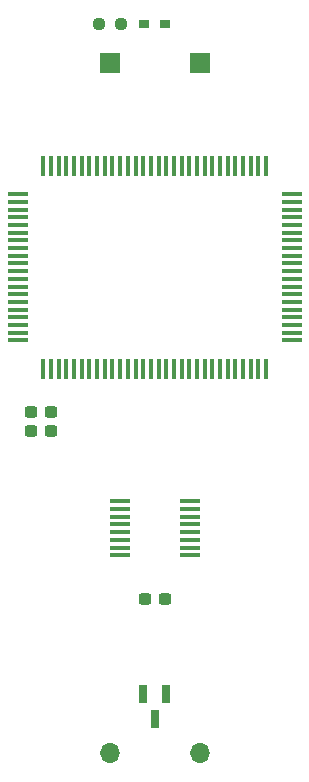
<source format=gbr>
G04 #@! TF.GenerationSoftware,KiCad,Pcbnew,9.0.6-9.0.6~ubuntu25.10.1*
G04 #@! TF.CreationDate,2025-11-15T18:36:26+09:00*
G04 #@! TF.ProjectId,bionic-kl5c80a12,62696f6e-6963-42d6-9b6c-356338306131,2*
G04 #@! TF.SameCoordinates,Original*
G04 #@! TF.FileFunction,Soldermask,Top*
G04 #@! TF.FilePolarity,Negative*
%FSLAX46Y46*%
G04 Gerber Fmt 4.6, Leading zero omitted, Abs format (unit mm)*
G04 Created by KiCad (PCBNEW 9.0.6-9.0.6~ubuntu25.10.1) date 2025-11-15 18:36:26*
%MOMM*%
%LPD*%
G01*
G04 APERTURE LIST*
G04 Aperture macros list*
%AMRoundRect*
0 Rectangle with rounded corners*
0 $1 Rounding radius*
0 $2 $3 $4 $5 $6 $7 $8 $9 X,Y pos of 4 corners*
0 Add a 4 corners polygon primitive as box body*
4,1,4,$2,$3,$4,$5,$6,$7,$8,$9,$2,$3,0*
0 Add four circle primitives for the rounded corners*
1,1,$1+$1,$2,$3*
1,1,$1+$1,$4,$5*
1,1,$1+$1,$6,$7*
1,1,$1+$1,$8,$9*
0 Add four rect primitives between the rounded corners*
20,1,$1+$1,$2,$3,$4,$5,0*
20,1,$1+$1,$4,$5,$6,$7,0*
20,1,$1+$1,$6,$7,$8,$9,0*
20,1,$1+$1,$8,$9,$2,$3,0*%
G04 Aperture macros list end*
%ADD10RoundRect,0.100000X0.100000X-0.775000X0.100000X0.775000X-0.100000X0.775000X-0.100000X-0.775000X0*%
%ADD11RoundRect,0.100000X0.775000X-0.100000X0.775000X0.100000X-0.775000X0.100000X-0.775000X-0.100000X0*%
%ADD12RoundRect,0.237500X0.250000X0.237500X-0.250000X0.237500X-0.250000X-0.237500X0.250000X-0.237500X0*%
%ADD13R,1.778000X0.355600*%
%ADD14RoundRect,0.237500X0.300000X0.237500X-0.300000X0.237500X-0.300000X-0.237500X0.300000X-0.237500X0*%
%ADD15R,0.965200X0.762000*%
%ADD16R,0.660400X1.625600*%
%ADD17R,1.700000X1.700000*%
%ADD18O,1.700000X1.700000*%
G04 APERTURE END LIST*
D10*
X104275000Y-100952000D03*
X104925000Y-100952000D03*
X105575000Y-100952000D03*
X106225000Y-100952000D03*
X106875000Y-100952000D03*
X107525000Y-100952000D03*
X108175000Y-100952000D03*
X108825000Y-100952000D03*
X109475000Y-100952000D03*
X110125000Y-100952000D03*
X110775000Y-100952000D03*
X111425000Y-100952000D03*
X112075000Y-100952000D03*
X112725000Y-100952000D03*
X113375000Y-100952000D03*
X114025000Y-100952000D03*
X114675000Y-100952000D03*
X115325000Y-100952000D03*
X115975000Y-100952000D03*
X116625000Y-100952000D03*
X117275000Y-100952000D03*
X117925000Y-100952000D03*
X118575000Y-100952000D03*
X119225000Y-100952000D03*
X119875000Y-100952000D03*
X120525000Y-100952000D03*
X121175000Y-100952000D03*
X121825000Y-100952000D03*
X122475000Y-100952000D03*
X123125000Y-100952000D03*
D11*
X125300000Y-98527000D03*
X125300000Y-97877000D03*
X125300000Y-97227000D03*
X125300000Y-96577000D03*
X125300000Y-95927000D03*
X125300000Y-95277000D03*
X125300000Y-94627000D03*
X125300000Y-93977000D03*
X125300000Y-93327000D03*
X125300000Y-92677000D03*
X125300000Y-92027000D03*
X125300000Y-91377000D03*
X125300000Y-90727000D03*
X125300000Y-90077000D03*
X125300000Y-89427000D03*
X125300000Y-88777000D03*
X125300000Y-88127000D03*
X125300000Y-87477000D03*
X125300000Y-86827000D03*
X125300000Y-86177000D03*
D10*
X123125000Y-83752000D03*
X122475000Y-83752000D03*
X121825000Y-83752000D03*
X121175000Y-83752000D03*
X120525000Y-83752000D03*
X119875000Y-83752000D03*
X119225000Y-83752000D03*
X118575000Y-83752000D03*
X117925000Y-83752000D03*
X117275000Y-83752000D03*
X116625000Y-83752000D03*
X115975000Y-83752000D03*
X115325000Y-83752000D03*
X114675000Y-83752000D03*
X114025000Y-83752000D03*
X113375000Y-83752000D03*
X112725000Y-83752000D03*
X112075000Y-83752000D03*
X111425000Y-83752000D03*
X110775000Y-83752000D03*
X110125000Y-83752000D03*
X109475000Y-83752000D03*
X108825000Y-83752000D03*
X108175000Y-83752000D03*
X107525000Y-83752000D03*
X106875000Y-83752000D03*
X106225000Y-83752000D03*
X105575000Y-83752000D03*
X104925000Y-83752000D03*
X104275000Y-83752000D03*
D11*
X102100000Y-86177000D03*
X102100000Y-86827000D03*
X102100000Y-87477000D03*
X102100000Y-88127000D03*
X102100000Y-88777000D03*
X102100000Y-89427000D03*
X102100000Y-90077000D03*
X102100000Y-90727000D03*
X102100000Y-91377000D03*
X102100000Y-92027000D03*
X102100000Y-92677000D03*
X102100000Y-93327000D03*
X102100000Y-93977000D03*
X102100000Y-94627000D03*
X102100000Y-95277000D03*
X102100000Y-95927000D03*
X102100000Y-96577000D03*
X102100000Y-97227000D03*
X102100000Y-97877000D03*
X102100000Y-98527000D03*
D12*
X110829800Y-71778000D03*
X109004800Y-71778000D03*
D13*
X110728200Y-112175001D03*
X110728200Y-112824999D03*
X110728200Y-113475001D03*
X110728200Y-114124999D03*
X110728200Y-114774998D03*
X110728200Y-115424999D03*
X110728200Y-116074998D03*
X110728200Y-116724999D03*
X116671800Y-116724999D03*
X116671800Y-116075001D03*
X116671800Y-115424999D03*
X116671800Y-114775001D03*
X116671800Y-114125002D03*
X116671800Y-113475001D03*
X116671800Y-112825002D03*
X116671800Y-112175001D03*
D14*
X104912700Y-104569400D03*
X103187700Y-104569400D03*
D15*
X112823700Y-71778000D03*
X114576300Y-71778000D03*
D16*
X114650001Y-128447000D03*
X112749999Y-128447000D03*
X113700000Y-130579000D03*
D14*
X104911600Y-106169600D03*
X103186600Y-106169600D03*
X114589000Y-120393600D03*
X112864000Y-120393600D03*
D17*
X109915400Y-75080000D03*
D18*
X109915400Y-133500000D03*
X117535400Y-133500000D03*
D17*
X117535400Y-75080000D03*
M02*

</source>
